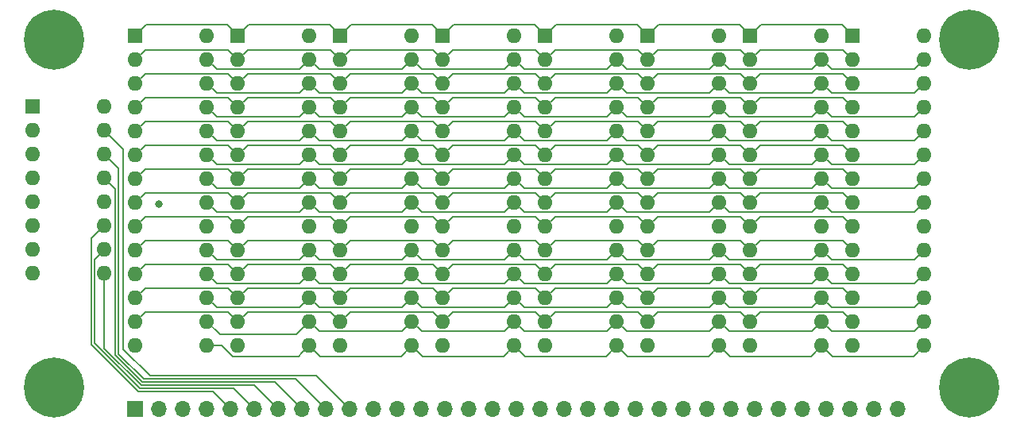
<source format=gtl>
G04 #@! TF.GenerationSoftware,KiCad,Pcbnew,(5.1.9-0-10_14)*
G04 #@! TF.CreationDate,2021-06-10T12:38:53+02:00*
G04 #@! TF.ProjectId,video_memory,76696465-6f5f-46d6-956d-6f72792e6b69,rev?*
G04 #@! TF.SameCoordinates,Original*
G04 #@! TF.FileFunction,Copper,L1,Top*
G04 #@! TF.FilePolarity,Positive*
%FSLAX46Y46*%
G04 Gerber Fmt 4.6, Leading zero omitted, Abs format (unit mm)*
G04 Created by KiCad (PCBNEW (5.1.9-0-10_14)) date 2021-06-10 12:38:53*
%MOMM*%
%LPD*%
G01*
G04 APERTURE LIST*
G04 #@! TA.AperFunction,ComponentPad*
%ADD10O,1.600000X1.600000*%
G04 #@! TD*
G04 #@! TA.AperFunction,ComponentPad*
%ADD11R,1.600000X1.600000*%
G04 #@! TD*
G04 #@! TA.AperFunction,ComponentPad*
%ADD12C,6.400000*%
G04 #@! TD*
G04 #@! TA.AperFunction,ComponentPad*
%ADD13O,1.700000X1.700000*%
G04 #@! TD*
G04 #@! TA.AperFunction,ComponentPad*
%ADD14R,1.700000X1.700000*%
G04 #@! TD*
G04 #@! TA.AperFunction,ViaPad*
%ADD15C,0.800000*%
G04 #@! TD*
G04 #@! TA.AperFunction,Conductor*
%ADD16C,0.203200*%
G04 #@! TD*
G04 APERTURE END LIST*
D10*
X96266000Y-85905000D03*
X88646000Y-118925000D03*
X96266000Y-88445000D03*
X88646000Y-116385000D03*
X96266000Y-90985000D03*
X88646000Y-113845000D03*
X96266000Y-93525000D03*
X88646000Y-111305000D03*
X96266000Y-96065000D03*
X88646000Y-108765000D03*
X96266000Y-98605000D03*
X88646000Y-106225000D03*
X96266000Y-101145000D03*
X88646000Y-103685000D03*
X96266000Y-103685000D03*
X88646000Y-101145000D03*
X96266000Y-106225000D03*
X88646000Y-98605000D03*
X96266000Y-108765000D03*
X88646000Y-96065000D03*
X96266000Y-111305000D03*
X88646000Y-93525000D03*
X96266000Y-113845000D03*
X88646000Y-90985000D03*
X96266000Y-116385000D03*
X88646000Y-88445000D03*
X96266000Y-118925000D03*
D11*
X88646000Y-85905000D03*
D10*
X85344000Y-93472000D03*
X77724000Y-111252000D03*
X85344000Y-96012000D03*
X77724000Y-108712000D03*
X85344000Y-98552000D03*
X77724000Y-106172000D03*
X85344000Y-101092000D03*
X77724000Y-103632000D03*
X85344000Y-103632000D03*
X77724000Y-101092000D03*
X85344000Y-106172000D03*
X77724000Y-98552000D03*
X85344000Y-108712000D03*
X77724000Y-96012000D03*
X85344000Y-111252000D03*
D11*
X77724000Y-93472000D03*
D12*
X177546000Y-123444000D03*
X177546000Y-86360000D03*
X80010000Y-123444000D03*
X80010000Y-86360000D03*
D10*
X172720000Y-85905000D03*
X165100000Y-118925000D03*
X172720000Y-88445000D03*
X165100000Y-116385000D03*
X172720000Y-90985000D03*
X165100000Y-113845000D03*
X172720000Y-93525000D03*
X165100000Y-111305000D03*
X172720000Y-96065000D03*
X165100000Y-108765000D03*
X172720000Y-98605000D03*
X165100000Y-106225000D03*
X172720000Y-101145000D03*
X165100000Y-103685000D03*
X172720000Y-103685000D03*
X165100000Y-101145000D03*
X172720000Y-106225000D03*
X165100000Y-98605000D03*
X172720000Y-108765000D03*
X165100000Y-96065000D03*
X172720000Y-111305000D03*
X165100000Y-93525000D03*
X172720000Y-113845000D03*
X165100000Y-90985000D03*
X172720000Y-116385000D03*
X165100000Y-88445000D03*
X172720000Y-118925000D03*
D11*
X165100000Y-85905000D03*
D10*
X161798000Y-85905000D03*
X154178000Y-118925000D03*
X161798000Y-88445000D03*
X154178000Y-116385000D03*
X161798000Y-90985000D03*
X154178000Y-113845000D03*
X161798000Y-93525000D03*
X154178000Y-111305000D03*
X161798000Y-96065000D03*
X154178000Y-108765000D03*
X161798000Y-98605000D03*
X154178000Y-106225000D03*
X161798000Y-101145000D03*
X154178000Y-103685000D03*
X161798000Y-103685000D03*
X154178000Y-101145000D03*
X161798000Y-106225000D03*
X154178000Y-98605000D03*
X161798000Y-108765000D03*
X154178000Y-96065000D03*
X161798000Y-111305000D03*
X154178000Y-93525000D03*
X161798000Y-113845000D03*
X154178000Y-90985000D03*
X161798000Y-116385000D03*
X154178000Y-88445000D03*
X161798000Y-118925000D03*
D11*
X154178000Y-85905000D03*
D10*
X150876000Y-85905000D03*
X143256000Y-118925000D03*
X150876000Y-88445000D03*
X143256000Y-116385000D03*
X150876000Y-90985000D03*
X143256000Y-113845000D03*
X150876000Y-93525000D03*
X143256000Y-111305000D03*
X150876000Y-96065000D03*
X143256000Y-108765000D03*
X150876000Y-98605000D03*
X143256000Y-106225000D03*
X150876000Y-101145000D03*
X143256000Y-103685000D03*
X150876000Y-103685000D03*
X143256000Y-101145000D03*
X150876000Y-106225000D03*
X143256000Y-98605000D03*
X150876000Y-108765000D03*
X143256000Y-96065000D03*
X150876000Y-111305000D03*
X143256000Y-93525000D03*
X150876000Y-113845000D03*
X143256000Y-90985000D03*
X150876000Y-116385000D03*
X143256000Y-88445000D03*
X150876000Y-118925000D03*
D11*
X143256000Y-85905000D03*
D10*
X139954000Y-85905000D03*
X132334000Y-118925000D03*
X139954000Y-88445000D03*
X132334000Y-116385000D03*
X139954000Y-90985000D03*
X132334000Y-113845000D03*
X139954000Y-93525000D03*
X132334000Y-111305000D03*
X139954000Y-96065000D03*
X132334000Y-108765000D03*
X139954000Y-98605000D03*
X132334000Y-106225000D03*
X139954000Y-101145000D03*
X132334000Y-103685000D03*
X139954000Y-103685000D03*
X132334000Y-101145000D03*
X139954000Y-106225000D03*
X132334000Y-98605000D03*
X139954000Y-108765000D03*
X132334000Y-96065000D03*
X139954000Y-111305000D03*
X132334000Y-93525000D03*
X139954000Y-113845000D03*
X132334000Y-90985000D03*
X139954000Y-116385000D03*
X132334000Y-88445000D03*
X139954000Y-118925000D03*
D11*
X132334000Y-85905000D03*
D10*
X129032000Y-85905000D03*
X121412000Y-118925000D03*
X129032000Y-88445000D03*
X121412000Y-116385000D03*
X129032000Y-90985000D03*
X121412000Y-113845000D03*
X129032000Y-93525000D03*
X121412000Y-111305000D03*
X129032000Y-96065000D03*
X121412000Y-108765000D03*
X129032000Y-98605000D03*
X121412000Y-106225000D03*
X129032000Y-101145000D03*
X121412000Y-103685000D03*
X129032000Y-103685000D03*
X121412000Y-101145000D03*
X129032000Y-106225000D03*
X121412000Y-98605000D03*
X129032000Y-108765000D03*
X121412000Y-96065000D03*
X129032000Y-111305000D03*
X121412000Y-93525000D03*
X129032000Y-113845000D03*
X121412000Y-90985000D03*
X129032000Y-116385000D03*
X121412000Y-88445000D03*
X129032000Y-118925000D03*
D11*
X121412000Y-85905000D03*
D10*
X118110000Y-85905000D03*
X110490000Y-118925000D03*
X118110000Y-88445000D03*
X110490000Y-116385000D03*
X118110000Y-90985000D03*
X110490000Y-113845000D03*
X118110000Y-93525000D03*
X110490000Y-111305000D03*
X118110000Y-96065000D03*
X110490000Y-108765000D03*
X118110000Y-98605000D03*
X110490000Y-106225000D03*
X118110000Y-101145000D03*
X110490000Y-103685000D03*
X118110000Y-103685000D03*
X110490000Y-101145000D03*
X118110000Y-106225000D03*
X110490000Y-98605000D03*
X118110000Y-108765000D03*
X110490000Y-96065000D03*
X118110000Y-111305000D03*
X110490000Y-93525000D03*
X118110000Y-113845000D03*
X110490000Y-90985000D03*
X118110000Y-116385000D03*
X110490000Y-88445000D03*
X118110000Y-118925000D03*
D11*
X110490000Y-85905000D03*
D10*
X107188000Y-85905000D03*
X99568000Y-118925000D03*
X107188000Y-88445000D03*
X99568000Y-116385000D03*
X107188000Y-90985000D03*
X99568000Y-113845000D03*
X107188000Y-93525000D03*
X99568000Y-111305000D03*
X107188000Y-96065000D03*
X99568000Y-108765000D03*
X107188000Y-98605000D03*
X99568000Y-106225000D03*
X107188000Y-101145000D03*
X99568000Y-103685000D03*
X107188000Y-103685000D03*
X99568000Y-101145000D03*
X107188000Y-106225000D03*
X99568000Y-98605000D03*
X107188000Y-108765000D03*
X99568000Y-96065000D03*
X107188000Y-111305000D03*
X99568000Y-93525000D03*
X107188000Y-113845000D03*
X99568000Y-90985000D03*
X107188000Y-116385000D03*
X99568000Y-88445000D03*
X107188000Y-118925000D03*
D11*
X99568000Y-85905000D03*
D13*
X169926000Y-125730000D03*
X167386000Y-125730000D03*
X164846000Y-125730000D03*
X162306000Y-125730000D03*
X159766000Y-125730000D03*
X157226000Y-125730000D03*
X154686000Y-125730000D03*
X152146000Y-125730000D03*
X149606000Y-125730000D03*
X147066000Y-125730000D03*
X144526000Y-125730000D03*
X141986000Y-125730000D03*
X139446000Y-125730000D03*
X136906000Y-125730000D03*
X134366000Y-125730000D03*
X131826000Y-125730000D03*
X129286000Y-125730000D03*
X126746000Y-125730000D03*
X124206000Y-125730000D03*
X121666000Y-125730000D03*
X119126000Y-125730000D03*
X116586000Y-125730000D03*
X114046000Y-125730000D03*
X111506000Y-125730000D03*
X108966000Y-125730000D03*
X106426000Y-125730000D03*
X103886000Y-125730000D03*
X101346000Y-125730000D03*
X98806000Y-125730000D03*
X96266000Y-125730000D03*
X93726000Y-125730000D03*
X91186000Y-125730000D03*
D14*
X88646000Y-125730000D03*
D15*
X91186000Y-103886000D03*
D16*
X98539399Y-110276399D02*
X99568000Y-111305000D01*
X89674601Y-110276399D02*
X98539399Y-110276399D01*
X88646000Y-111305000D02*
X89674601Y-110276399D01*
X109461399Y-110276399D02*
X110490000Y-111305000D01*
X100596601Y-110276399D02*
X109461399Y-110276399D01*
X99568000Y-111305000D02*
X100596601Y-110276399D01*
X120383399Y-110276399D02*
X121412000Y-111305000D01*
X111518601Y-110276399D02*
X120383399Y-110276399D01*
X110490000Y-111305000D02*
X111518601Y-110276399D01*
X131305399Y-110276399D02*
X132334000Y-111305000D01*
X122440601Y-110276399D02*
X131305399Y-110276399D01*
X121412000Y-111305000D02*
X122440601Y-110276399D01*
X133362601Y-110276399D02*
X142227399Y-110276399D01*
X142227399Y-110276399D02*
X143256000Y-111305000D01*
X132334000Y-111305000D02*
X133362601Y-110276399D01*
X153149399Y-110276399D02*
X154178000Y-111305000D01*
X144284601Y-110276399D02*
X153149399Y-110276399D01*
X143256000Y-111305000D02*
X144284601Y-110276399D01*
X164071399Y-110276399D02*
X165100000Y-111305000D01*
X155206601Y-110276399D02*
X164071399Y-110276399D01*
X154178000Y-111305000D02*
X155206601Y-110276399D01*
X98539399Y-112816399D02*
X99568000Y-113845000D01*
X89674601Y-112816399D02*
X98539399Y-112816399D01*
X88646000Y-113845000D02*
X89674601Y-112816399D01*
X109461399Y-112816399D02*
X110490000Y-113845000D01*
X100596601Y-112816399D02*
X109461399Y-112816399D01*
X99568000Y-113845000D02*
X100596601Y-112816399D01*
X120383399Y-112816399D02*
X121412000Y-113845000D01*
X111518601Y-112816399D02*
X120383399Y-112816399D01*
X110490000Y-113845000D02*
X111518601Y-112816399D01*
X131305399Y-112816399D02*
X132334000Y-113845000D01*
X122440601Y-112816399D02*
X131305399Y-112816399D01*
X121412000Y-113845000D02*
X122440601Y-112816399D01*
X142227399Y-112816399D02*
X143256000Y-113845000D01*
X133362601Y-112816399D02*
X142227399Y-112816399D01*
X132334000Y-113845000D02*
X133362601Y-112816399D01*
X153149399Y-112816399D02*
X154178000Y-113845000D01*
X144284601Y-112816399D02*
X153149399Y-112816399D01*
X143256000Y-113845000D02*
X144284601Y-112816399D01*
X164071399Y-112816399D02*
X165100000Y-113845000D01*
X155206601Y-112816399D02*
X164071399Y-112816399D01*
X154178000Y-113845000D02*
X155206601Y-112816399D01*
X98539399Y-115356399D02*
X99568000Y-116385000D01*
X89674601Y-115356399D02*
X98539399Y-115356399D01*
X88646000Y-116385000D02*
X89674601Y-115356399D01*
X109461399Y-115356399D02*
X110490000Y-116385000D01*
X100596601Y-115356399D02*
X109461399Y-115356399D01*
X99568000Y-116385000D02*
X100596601Y-115356399D01*
X120383399Y-115356399D02*
X121412000Y-116385000D01*
X111518601Y-115356399D02*
X120383399Y-115356399D01*
X110490000Y-116385000D02*
X111518601Y-115356399D01*
X131305399Y-115356399D02*
X132334000Y-116385000D01*
X122440601Y-115356399D02*
X131305399Y-115356399D01*
X121412000Y-116385000D02*
X122440601Y-115356399D01*
X142227399Y-115356399D02*
X143256000Y-116385000D01*
X133362601Y-115356399D02*
X142227399Y-115356399D01*
X132334000Y-116385000D02*
X133362601Y-115356399D01*
X153149399Y-115356399D02*
X154178000Y-116385000D01*
X144284601Y-115356399D02*
X153149399Y-115356399D01*
X143256000Y-116385000D02*
X144284601Y-115356399D01*
X164071399Y-115356399D02*
X165100000Y-116385000D01*
X155206601Y-115356399D02*
X164071399Y-115356399D01*
X154178000Y-116385000D02*
X155206601Y-115356399D01*
X116954399Y-120080601D02*
X118110000Y-118925000D01*
X108343601Y-120080601D02*
X116954399Y-120080601D01*
X107188000Y-118925000D02*
X108343601Y-120080601D01*
X138798399Y-120080601D02*
X139954000Y-118925000D01*
X130187601Y-120080601D02*
X138798399Y-120080601D01*
X129032000Y-118925000D02*
X130187601Y-120080601D01*
X149720399Y-120080601D02*
X150876000Y-118925000D01*
X141109601Y-120080601D02*
X149720399Y-120080601D01*
X139954000Y-118925000D02*
X141109601Y-120080601D01*
X119265601Y-120080601D02*
X118110000Y-118925000D01*
X127876399Y-120080601D02*
X119265601Y-120080601D01*
X129032000Y-118925000D02*
X127876399Y-120080601D01*
X160642399Y-120080601D02*
X161798000Y-118925000D01*
X152031601Y-120080601D02*
X160642399Y-120080601D01*
X150876000Y-118925000D02*
X152031601Y-120080601D01*
X171564399Y-120080601D02*
X172720000Y-118925000D01*
X162953601Y-120080601D02*
X171564399Y-120080601D01*
X161798000Y-118925000D02*
X162953601Y-120080601D01*
X106388001Y-119724999D02*
X107188000Y-118925000D01*
X97857710Y-118925000D02*
X99013311Y-120080601D01*
X99013311Y-120080601D02*
X106032399Y-120080601D01*
X96266000Y-118925000D02*
X97857710Y-118925000D01*
X106032399Y-120080601D02*
X106388001Y-119724999D01*
X105803601Y-117769399D02*
X107188000Y-116385000D01*
X97650399Y-117769399D02*
X105803601Y-117769399D01*
X96266000Y-116385000D02*
X97650399Y-117769399D01*
X117081399Y-117413601D02*
X118110000Y-116385000D01*
X108216601Y-117413601D02*
X117081399Y-117413601D01*
X107188000Y-116385000D02*
X108216601Y-117413601D01*
X138925399Y-117413601D02*
X139954000Y-116385000D01*
X130060601Y-117413601D02*
X138925399Y-117413601D01*
X129032000Y-116385000D02*
X130060601Y-117413601D01*
X140982601Y-117413601D02*
X149847399Y-117413601D01*
X149847399Y-117413601D02*
X150876000Y-116385000D01*
X139954000Y-116385000D02*
X140982601Y-117413601D01*
X128003399Y-117413601D02*
X129032000Y-116385000D01*
X119138601Y-117413601D02*
X128003399Y-117413601D01*
X118110000Y-116385000D02*
X119138601Y-117413601D01*
X160769399Y-117413601D02*
X161798000Y-116385000D01*
X151904601Y-117413601D02*
X160769399Y-117413601D01*
X150876000Y-116385000D02*
X151904601Y-117413601D01*
X171691399Y-117413601D02*
X172720000Y-116385000D01*
X162826601Y-117413601D02*
X171691399Y-117413601D01*
X161798000Y-116385000D02*
X162826601Y-117413601D01*
X106159399Y-114873601D02*
X107188000Y-113845000D01*
X97294601Y-114873601D02*
X106159399Y-114873601D01*
X96266000Y-113845000D02*
X97294601Y-114873601D01*
X117081399Y-114873601D02*
X118110000Y-113845000D01*
X108216601Y-114873601D02*
X117081399Y-114873601D01*
X107188000Y-113845000D02*
X108216601Y-114873601D01*
X138925399Y-114873601D02*
X139954000Y-113845000D01*
X130060601Y-114873601D02*
X138925399Y-114873601D01*
X129032000Y-113845000D02*
X130060601Y-114873601D01*
X140982601Y-114873601D02*
X149847399Y-114873601D01*
X149847399Y-114873601D02*
X150876000Y-113845000D01*
X139954000Y-113845000D02*
X140982601Y-114873601D01*
X128003399Y-114873601D02*
X129032000Y-113845000D01*
X119138601Y-114873601D02*
X128003399Y-114873601D01*
X118110000Y-113845000D02*
X119138601Y-114873601D01*
X160769399Y-114873601D02*
X161798000Y-113845000D01*
X151904601Y-114873601D02*
X160769399Y-114873601D01*
X150876000Y-113845000D02*
X151904601Y-114873601D01*
X171691399Y-114873601D02*
X172720000Y-113845000D01*
X162826601Y-114873601D02*
X171691399Y-114873601D01*
X161798000Y-113845000D02*
X162826601Y-114873601D01*
X106159399Y-112333601D02*
X107188000Y-111305000D01*
X97294601Y-112333601D02*
X106159399Y-112333601D01*
X96266000Y-111305000D02*
X97294601Y-112333601D01*
X108216601Y-112333601D02*
X117081399Y-112333601D01*
X117081399Y-112333601D02*
X118110000Y-111305000D01*
X107188000Y-111305000D02*
X108216601Y-112333601D01*
X138925399Y-112333601D02*
X139954000Y-111305000D01*
X130060601Y-112333601D02*
X138925399Y-112333601D01*
X129032000Y-111305000D02*
X130060601Y-112333601D01*
X149847399Y-112333601D02*
X150876000Y-111305000D01*
X140982601Y-112333601D02*
X149847399Y-112333601D01*
X139954000Y-111305000D02*
X140982601Y-112333601D01*
X119138601Y-112333601D02*
X128003399Y-112333601D01*
X128003399Y-112333601D02*
X129032000Y-111305000D01*
X118110000Y-111305000D02*
X119138601Y-112333601D01*
X160769399Y-112333601D02*
X161798000Y-111305000D01*
X151904601Y-112333601D02*
X160769399Y-112333601D01*
X150876000Y-111305000D02*
X151904601Y-112333601D01*
X171691399Y-112333601D02*
X172720000Y-111305000D01*
X162826601Y-112333601D02*
X171691399Y-112333601D01*
X161798000Y-111305000D02*
X162826601Y-112333601D01*
X106159399Y-109793601D02*
X107188000Y-108765000D01*
X97294601Y-109793601D02*
X106159399Y-109793601D01*
X96266000Y-108765000D02*
X97294601Y-109793601D01*
X117081399Y-109793601D02*
X118110000Y-108765000D01*
X108216601Y-109793601D02*
X117081399Y-109793601D01*
X107188000Y-108765000D02*
X108216601Y-109793601D01*
X130060601Y-109793601D02*
X138925399Y-109793601D01*
X138925399Y-109793601D02*
X139954000Y-108765000D01*
X129032000Y-108765000D02*
X130060601Y-109793601D01*
X149847399Y-109793601D02*
X150876000Y-108765000D01*
X140982601Y-109793601D02*
X149847399Y-109793601D01*
X139954000Y-108765000D02*
X140982601Y-109793601D01*
X128003399Y-109793601D02*
X129032000Y-108765000D01*
X119138601Y-109793601D02*
X128003399Y-109793601D01*
X118110000Y-108765000D02*
X119138601Y-109793601D01*
X160769399Y-109793601D02*
X161798000Y-108765000D01*
X151904601Y-109793601D02*
X160769399Y-109793601D01*
X150876000Y-108765000D02*
X151904601Y-109793601D01*
X171691399Y-109793601D02*
X172720000Y-108765000D01*
X162826601Y-109793601D02*
X171691399Y-109793601D01*
X161798000Y-108765000D02*
X162826601Y-109793601D01*
X98539399Y-107736399D02*
X99568000Y-108765000D01*
X89674601Y-107736399D02*
X98539399Y-107736399D01*
X88646000Y-108765000D02*
X89674601Y-107736399D01*
X109461399Y-107736399D02*
X110490000Y-108765000D01*
X100596601Y-107736399D02*
X109461399Y-107736399D01*
X99568000Y-108765000D02*
X100596601Y-107736399D01*
X111518601Y-107736399D02*
X120383399Y-107736399D01*
X120383399Y-107736399D02*
X121412000Y-108765000D01*
X110490000Y-108765000D02*
X111518601Y-107736399D01*
X131305399Y-107736399D02*
X132334000Y-108765000D01*
X122440601Y-107736399D02*
X131305399Y-107736399D01*
X121412000Y-108765000D02*
X122440601Y-107736399D01*
X142227399Y-107736399D02*
X143256000Y-108765000D01*
X133362601Y-107736399D02*
X142227399Y-107736399D01*
X132334000Y-108765000D02*
X133362601Y-107736399D01*
X144284601Y-107736399D02*
X153149399Y-107736399D01*
X153149399Y-107736399D02*
X154178000Y-108765000D01*
X143256000Y-108765000D02*
X144284601Y-107736399D01*
X155206601Y-107736399D02*
X164071399Y-107736399D01*
X164071399Y-107736399D02*
X165100000Y-108765000D01*
X154178000Y-108765000D02*
X155206601Y-107736399D01*
X98539399Y-105196399D02*
X99568000Y-106225000D01*
X89674601Y-105196399D02*
X98539399Y-105196399D01*
X88646000Y-106225000D02*
X89674601Y-105196399D01*
X109461399Y-105196399D02*
X110490000Y-106225000D01*
X100596601Y-105196399D02*
X109461399Y-105196399D01*
X99568000Y-106225000D02*
X100596601Y-105196399D01*
X120383399Y-105196399D02*
X121412000Y-106225000D01*
X111518601Y-105196399D02*
X120383399Y-105196399D01*
X110490000Y-106225000D02*
X111518601Y-105196399D01*
X131305399Y-105196399D02*
X132334000Y-106225000D01*
X122440601Y-105196399D02*
X131305399Y-105196399D01*
X121412000Y-106225000D02*
X122440601Y-105196399D01*
X142227399Y-105196399D02*
X143256000Y-106225000D01*
X133362601Y-105196399D02*
X142227399Y-105196399D01*
X132334000Y-106225000D02*
X133362601Y-105196399D01*
X153149399Y-105196399D02*
X154178000Y-106225000D01*
X144284601Y-105196399D02*
X153149399Y-105196399D01*
X143256000Y-106225000D02*
X144284601Y-105196399D01*
X164071399Y-105196399D02*
X165100000Y-106225000D01*
X155206601Y-105196399D02*
X164071399Y-105196399D01*
X154178000Y-106225000D02*
X155206601Y-105196399D01*
X109461399Y-102656399D02*
X110490000Y-103685000D01*
X100596601Y-102656399D02*
X109461399Y-102656399D01*
X99568000Y-103685000D02*
X100596601Y-102656399D01*
X120383399Y-102656399D02*
X121412000Y-103685000D01*
X111518601Y-102656399D02*
X120383399Y-102656399D01*
X110490000Y-103685000D02*
X111518601Y-102656399D01*
X131305399Y-102656399D02*
X132334000Y-103685000D01*
X122440601Y-102656399D02*
X131305399Y-102656399D01*
X121412000Y-103685000D02*
X122440601Y-102656399D01*
X133362601Y-102656399D02*
X142227399Y-102656399D01*
X142227399Y-102656399D02*
X143256000Y-103685000D01*
X132334000Y-103685000D02*
X133362601Y-102656399D01*
X153149399Y-102656399D02*
X154178000Y-103685000D01*
X144284601Y-102656399D02*
X153149399Y-102656399D01*
X143256000Y-103685000D02*
X144284601Y-102656399D01*
X164071399Y-102656399D02*
X165100000Y-103685000D01*
X155206601Y-102656399D02*
X164071399Y-102656399D01*
X154178000Y-103685000D02*
X155206601Y-102656399D01*
X98539399Y-102656399D02*
X99568000Y-103685000D01*
X89674601Y-102656399D02*
X98539399Y-102656399D01*
X88646000Y-103685000D02*
X89674601Y-102656399D01*
X98539399Y-100116399D02*
X99568000Y-101145000D01*
X89674601Y-100116399D02*
X98539399Y-100116399D01*
X88646000Y-101145000D02*
X89674601Y-100116399D01*
X109461399Y-100116399D02*
X110490000Y-101145000D01*
X100596601Y-100116399D02*
X109461399Y-100116399D01*
X99568000Y-101145000D02*
X100596601Y-100116399D01*
X111518601Y-100116399D02*
X120383399Y-100116399D01*
X120383399Y-100116399D02*
X121412000Y-101145000D01*
X110490000Y-101145000D02*
X111518601Y-100116399D01*
X122440601Y-100116399D02*
X131305399Y-100116399D01*
X131305399Y-100116399D02*
X132334000Y-101145000D01*
X121412000Y-101145000D02*
X122440601Y-100116399D01*
X142227399Y-100116399D02*
X143256000Y-101145000D01*
X133362601Y-100116399D02*
X142227399Y-100116399D01*
X132334000Y-101145000D02*
X133362601Y-100116399D01*
X153149399Y-100116399D02*
X154178000Y-101145000D01*
X144284601Y-100116399D02*
X153149399Y-100116399D01*
X143256000Y-101145000D02*
X144284601Y-100116399D01*
X164071399Y-100116399D02*
X165100000Y-101145000D01*
X155206601Y-100116399D02*
X164071399Y-100116399D01*
X154178000Y-101145000D02*
X155206601Y-100116399D01*
X98539399Y-97576399D02*
X99568000Y-98605000D01*
X89674601Y-97576399D02*
X98539399Y-97576399D01*
X88646000Y-98605000D02*
X89674601Y-97576399D01*
X100596601Y-97576399D02*
X109461399Y-97576399D01*
X109461399Y-97576399D02*
X110490000Y-98605000D01*
X99568000Y-98605000D02*
X100596601Y-97576399D01*
X120383399Y-97576399D02*
X121412000Y-98605000D01*
X111518601Y-97576399D02*
X120383399Y-97576399D01*
X110490000Y-98605000D02*
X111518601Y-97576399D01*
X122440601Y-97576399D02*
X131305399Y-97576399D01*
X131305399Y-97576399D02*
X132334000Y-98605000D01*
X121412000Y-98605000D02*
X122440601Y-97576399D01*
X142227399Y-97576399D02*
X143256000Y-98605000D01*
X133362601Y-97576399D02*
X142227399Y-97576399D01*
X132334000Y-98605000D02*
X133362601Y-97576399D01*
X153149399Y-97576399D02*
X154178000Y-98605000D01*
X144284601Y-97576399D02*
X153149399Y-97576399D01*
X143256000Y-98605000D02*
X144284601Y-97576399D01*
X164071399Y-97576399D02*
X165100000Y-98605000D01*
X155206601Y-97576399D02*
X164071399Y-97576399D01*
X154178000Y-98605000D02*
X155206601Y-97576399D01*
X98539399Y-95036399D02*
X99568000Y-96065000D01*
X89674601Y-95036399D02*
X98539399Y-95036399D01*
X88646000Y-96065000D02*
X89674601Y-95036399D01*
X109461399Y-95036399D02*
X110490000Y-96065000D01*
X100596601Y-95036399D02*
X109461399Y-95036399D01*
X99568000Y-96065000D02*
X100596601Y-95036399D01*
X120383399Y-95036399D02*
X121412000Y-96065000D01*
X111518601Y-95036399D02*
X120383399Y-95036399D01*
X110490000Y-96065000D02*
X111518601Y-95036399D01*
X131305399Y-95036399D02*
X132334000Y-96065000D01*
X122440601Y-95036399D02*
X131305399Y-95036399D01*
X121412000Y-96065000D02*
X122440601Y-95036399D01*
X142227399Y-95036399D02*
X143256000Y-96065000D01*
X133362601Y-95036399D02*
X142227399Y-95036399D01*
X132334000Y-96065000D02*
X133362601Y-95036399D01*
X153149399Y-95036399D02*
X154178000Y-96065000D01*
X144284601Y-95036399D02*
X153149399Y-95036399D01*
X143256000Y-96065000D02*
X144284601Y-95036399D01*
X164071399Y-95036399D02*
X165100000Y-96065000D01*
X155206601Y-95036399D02*
X164071399Y-95036399D01*
X154178000Y-96065000D02*
X155206601Y-95036399D01*
X98539399Y-92496399D02*
X99568000Y-93525000D01*
X89674601Y-92496399D02*
X98539399Y-92496399D01*
X88646000Y-93525000D02*
X89674601Y-92496399D01*
X109461399Y-92496399D02*
X110490000Y-93525000D01*
X100596601Y-92496399D02*
X109461399Y-92496399D01*
X99568000Y-93525000D02*
X100596601Y-92496399D01*
X120383399Y-92496399D02*
X121412000Y-93525000D01*
X111518601Y-92496399D02*
X120383399Y-92496399D01*
X110490000Y-93525000D02*
X111518601Y-92496399D01*
X131305399Y-92496399D02*
X132334000Y-93525000D01*
X122440601Y-92496399D02*
X131305399Y-92496399D01*
X121412000Y-93525000D02*
X122440601Y-92496399D01*
X142227399Y-92496399D02*
X143256000Y-93525000D01*
X133362601Y-92496399D02*
X142227399Y-92496399D01*
X132334000Y-93525000D02*
X133362601Y-92496399D01*
X153149399Y-92496399D02*
X154178000Y-93525000D01*
X144284601Y-92496399D02*
X153149399Y-92496399D01*
X143256000Y-93525000D02*
X144284601Y-92496399D01*
X164071399Y-92496399D02*
X165100000Y-93525000D01*
X155206601Y-92496399D02*
X164071399Y-92496399D01*
X154178000Y-93525000D02*
X155206601Y-92496399D01*
X98539399Y-89956399D02*
X99568000Y-90985000D01*
X89674601Y-89956399D02*
X98539399Y-89956399D01*
X88646000Y-90985000D02*
X89674601Y-89956399D01*
X109461399Y-89956399D02*
X110490000Y-90985000D01*
X100596601Y-89956399D02*
X109461399Y-89956399D01*
X99568000Y-90985000D02*
X100596601Y-89956399D01*
X120383399Y-89956399D02*
X121412000Y-90985000D01*
X111518601Y-89956399D02*
X120383399Y-89956399D01*
X110490000Y-90985000D02*
X111518601Y-89956399D01*
X131305399Y-89956399D02*
X132334000Y-90985000D01*
X122440601Y-89956399D02*
X131305399Y-89956399D01*
X121412000Y-90985000D02*
X122440601Y-89956399D01*
X142227399Y-89956399D02*
X143256000Y-90985000D01*
X133362601Y-89956399D02*
X142227399Y-89956399D01*
X132334000Y-90985000D02*
X133362601Y-89956399D01*
X153149399Y-89956399D02*
X154178000Y-90985000D01*
X144284601Y-89956399D02*
X153149399Y-89956399D01*
X143256000Y-90985000D02*
X144284601Y-89956399D01*
X164071399Y-89956399D02*
X165100000Y-90985000D01*
X155206601Y-89956399D02*
X164071399Y-89956399D01*
X154178000Y-90985000D02*
X155206601Y-89956399D01*
X106159399Y-94553601D02*
X107188000Y-93525000D01*
X97294601Y-94553601D02*
X106159399Y-94553601D01*
X96266000Y-93525000D02*
X97294601Y-94553601D01*
X117081399Y-94553601D02*
X118110000Y-93525000D01*
X108216601Y-94553601D02*
X117081399Y-94553601D01*
X107188000Y-93525000D02*
X108216601Y-94553601D01*
X128003399Y-94553601D02*
X129032000Y-93525000D01*
X119138601Y-94553601D02*
X128003399Y-94553601D01*
X118110000Y-93525000D02*
X119138601Y-94553601D01*
X138925399Y-94553601D02*
X139954000Y-93525000D01*
X130060601Y-94553601D02*
X138925399Y-94553601D01*
X129032000Y-93525000D02*
X130060601Y-94553601D01*
X149847399Y-94553601D02*
X150876000Y-93525000D01*
X140982601Y-94553601D02*
X149847399Y-94553601D01*
X139954000Y-93525000D02*
X140982601Y-94553601D01*
X160769399Y-94553601D02*
X161798000Y-93525000D01*
X151904601Y-94553601D02*
X160769399Y-94553601D01*
X150876000Y-93525000D02*
X151904601Y-94553601D01*
X162826601Y-94553601D02*
X171691399Y-94553601D01*
X171691399Y-94553601D02*
X172720000Y-93525000D01*
X161798000Y-93525000D02*
X162826601Y-94553601D01*
X106159399Y-97093601D02*
X107188000Y-96065000D01*
X97294601Y-97093601D02*
X106159399Y-97093601D01*
X96266000Y-96065000D02*
X97294601Y-97093601D01*
X117081399Y-97093601D02*
X118110000Y-96065000D01*
X108216601Y-97093601D02*
X117081399Y-97093601D01*
X107188000Y-96065000D02*
X108216601Y-97093601D01*
X128003399Y-97093601D02*
X129032000Y-96065000D01*
X119138601Y-97093601D02*
X128003399Y-97093601D01*
X118110000Y-96065000D02*
X119138601Y-97093601D01*
X138925399Y-97093601D02*
X139954000Y-96065000D01*
X130060601Y-97093601D02*
X138925399Y-97093601D01*
X129032000Y-96065000D02*
X130060601Y-97093601D01*
X140982601Y-97093601D02*
X149847399Y-97093601D01*
X149847399Y-97093601D02*
X150876000Y-96065000D01*
X139954000Y-96065000D02*
X140982601Y-97093601D01*
X160769399Y-97093601D02*
X161798000Y-96065000D01*
X151904601Y-97093601D02*
X160769399Y-97093601D01*
X150876000Y-96065000D02*
X151904601Y-97093601D01*
X171691399Y-97093601D02*
X172720000Y-96065000D01*
X162826601Y-97093601D02*
X171691399Y-97093601D01*
X161798000Y-96065000D02*
X162826601Y-97093601D01*
X106159399Y-104713601D02*
X107188000Y-103685000D01*
X97294601Y-104713601D02*
X106159399Y-104713601D01*
X96266000Y-103685000D02*
X97294601Y-104713601D01*
X108216601Y-104713601D02*
X117081399Y-104713601D01*
X117081399Y-104713601D02*
X118110000Y-103685000D01*
X107188000Y-103685000D02*
X108216601Y-104713601D01*
X128003399Y-104713601D02*
X129032000Y-103685000D01*
X119138601Y-104713601D02*
X128003399Y-104713601D01*
X118110000Y-103685000D02*
X119138601Y-104713601D01*
X138925399Y-104713601D02*
X139954000Y-103685000D01*
X130060601Y-104713601D02*
X138925399Y-104713601D01*
X129032000Y-103685000D02*
X130060601Y-104713601D01*
X149847399Y-104713601D02*
X150876000Y-103685000D01*
X140982601Y-104713601D02*
X149847399Y-104713601D01*
X139954000Y-103685000D02*
X140982601Y-104713601D01*
X160769399Y-104713601D02*
X161798000Y-103685000D01*
X151904601Y-104713601D02*
X160769399Y-104713601D01*
X150876000Y-103685000D02*
X151904601Y-104713601D01*
X171691399Y-104713601D02*
X172720000Y-103685000D01*
X162826601Y-104713601D02*
X171691399Y-104713601D01*
X161798000Y-103685000D02*
X162826601Y-104713601D01*
X106159399Y-99633601D02*
X107188000Y-98605000D01*
X97294601Y-99633601D02*
X106159399Y-99633601D01*
X96266000Y-98605000D02*
X97294601Y-99633601D01*
X117081399Y-99633601D02*
X118110000Y-98605000D01*
X108216601Y-99633601D02*
X117081399Y-99633601D01*
X107188000Y-98605000D02*
X108216601Y-99633601D01*
X128003399Y-99633601D02*
X129032000Y-98605000D01*
X119138601Y-99633601D02*
X128003399Y-99633601D01*
X118110000Y-98605000D02*
X119138601Y-99633601D01*
X138925399Y-99633601D02*
X139954000Y-98605000D01*
X130060601Y-99633601D02*
X138925399Y-99633601D01*
X129032000Y-98605000D02*
X130060601Y-99633601D01*
X149847399Y-99633601D02*
X150876000Y-98605000D01*
X140982601Y-99633601D02*
X149847399Y-99633601D01*
X139954000Y-98605000D02*
X140982601Y-99633601D01*
X160769399Y-99633601D02*
X161798000Y-98605000D01*
X151904601Y-99633601D02*
X160769399Y-99633601D01*
X150876000Y-98605000D02*
X151904601Y-99633601D01*
X171691399Y-99633601D02*
X172720000Y-98605000D01*
X162826601Y-99633601D02*
X171691399Y-99633601D01*
X161798000Y-98605000D02*
X162826601Y-99633601D01*
X98539399Y-87416399D02*
X99568000Y-88445000D01*
X89674601Y-87416399D02*
X98539399Y-87416399D01*
X88646000Y-88445000D02*
X89674601Y-87416399D01*
X109461399Y-87416399D02*
X110490000Y-88445000D01*
X100596601Y-87416399D02*
X109461399Y-87416399D01*
X99568000Y-88445000D02*
X100596601Y-87416399D01*
X111518601Y-87416399D02*
X120383399Y-87416399D01*
X120383399Y-87416399D02*
X121412000Y-88445000D01*
X110490000Y-88445000D02*
X111518601Y-87416399D01*
X131305399Y-87416399D02*
X132334000Y-88445000D01*
X122440601Y-87416399D02*
X131305399Y-87416399D01*
X121412000Y-88445000D02*
X122440601Y-87416399D01*
X142227399Y-87416399D02*
X143256000Y-88445000D01*
X133362601Y-87416399D02*
X142227399Y-87416399D01*
X132334000Y-88445000D02*
X133362601Y-87416399D01*
X153149399Y-87416399D02*
X154178000Y-88445000D01*
X144284601Y-87416399D02*
X153149399Y-87416399D01*
X143256000Y-88445000D02*
X144284601Y-87416399D01*
X164071399Y-87416399D02*
X165100000Y-88445000D01*
X155206601Y-87416399D02*
X164071399Y-87416399D01*
X154178000Y-88445000D02*
X155206601Y-87416399D01*
X106159399Y-92013601D02*
X107188000Y-90985000D01*
X97294601Y-92013601D02*
X106159399Y-92013601D01*
X96266000Y-90985000D02*
X97294601Y-92013601D01*
X117081399Y-92013601D02*
X118110000Y-90985000D01*
X108216601Y-92013601D02*
X117081399Y-92013601D01*
X107188000Y-90985000D02*
X108216601Y-92013601D01*
X128003399Y-92013601D02*
X129032000Y-90985000D01*
X119138601Y-92013601D02*
X128003399Y-92013601D01*
X118110000Y-90985000D02*
X119138601Y-92013601D01*
X138925399Y-92013601D02*
X139954000Y-90985000D01*
X130060601Y-92013601D02*
X138925399Y-92013601D01*
X129032000Y-90985000D02*
X130060601Y-92013601D01*
X140982601Y-92013601D02*
X149847399Y-92013601D01*
X149847399Y-92013601D02*
X150876000Y-90985000D01*
X139954000Y-90985000D02*
X140982601Y-92013601D01*
X160769399Y-92013601D02*
X161798000Y-90985000D01*
X151904601Y-92013601D02*
X160769399Y-92013601D01*
X150876000Y-90985000D02*
X151904601Y-92013601D01*
X171691399Y-92013601D02*
X172720000Y-90985000D01*
X162826601Y-92013601D02*
X171691399Y-92013601D01*
X161798000Y-90985000D02*
X162826601Y-92013601D01*
X98412399Y-84749399D02*
X99568000Y-85905000D01*
X89801601Y-84749399D02*
X98412399Y-84749399D01*
X88646000Y-85905000D02*
X89801601Y-84749399D01*
X109334399Y-84749399D02*
X110490000Y-85905000D01*
X100723601Y-84749399D02*
X109334399Y-84749399D01*
X99568000Y-85905000D02*
X100723601Y-84749399D01*
X120256399Y-84749399D02*
X121412000Y-85905000D01*
X111645601Y-84749399D02*
X120256399Y-84749399D01*
X110490000Y-85905000D02*
X111645601Y-84749399D01*
X131178399Y-84749399D02*
X132334000Y-85905000D01*
X122567601Y-84749399D02*
X131178399Y-84749399D01*
X121412000Y-85905000D02*
X122567601Y-84749399D01*
X142100399Y-84749399D02*
X143256000Y-85905000D01*
X133489601Y-84749399D02*
X142100399Y-84749399D01*
X132334000Y-85905000D02*
X133489601Y-84749399D01*
X153022399Y-84749399D02*
X154178000Y-85905000D01*
X144411601Y-84749399D02*
X153022399Y-84749399D01*
X143256000Y-85905000D02*
X144411601Y-84749399D01*
X155333601Y-84749399D02*
X163944399Y-84749399D01*
X163944399Y-84749399D02*
X165100000Y-85905000D01*
X154178000Y-85905000D02*
X155333601Y-84749399D01*
X85344000Y-96012000D02*
X87376000Y-98044000D01*
X87376000Y-98044000D02*
X87376000Y-119365290D01*
X87376000Y-119365290D02*
X90184710Y-122174000D01*
X107950000Y-122174000D02*
X111506000Y-125730000D01*
X90184710Y-122174000D02*
X107950000Y-122174000D01*
X108966000Y-125730000D02*
X105740211Y-122504211D01*
X89525223Y-122504211D02*
X86868000Y-119846988D01*
X105740211Y-122504211D02*
X89525223Y-122504211D01*
X86868000Y-100076000D02*
X85344000Y-98552000D01*
X86868000Y-119846988D02*
X86868000Y-100076000D01*
X106426000Y-125730000D02*
X103530422Y-122834422D01*
X89388446Y-122834422D02*
X86499601Y-119945577D01*
X103530422Y-122834422D02*
X89388446Y-122834422D01*
X86499601Y-102247601D02*
X85344000Y-101092000D01*
X86499601Y-119945577D02*
X86499601Y-102247601D01*
X103886000Y-125730000D02*
X101320633Y-123164633D01*
X101320633Y-123164633D02*
X89251669Y-123164633D01*
X85344000Y-119256964D02*
X85344000Y-111252000D01*
X89251669Y-123164633D02*
X85344000Y-119256964D01*
X101346000Y-125730000D02*
X99110844Y-123494844D01*
X84544001Y-109511999D02*
X85344000Y-108712000D01*
X99110844Y-123494844D02*
X89114892Y-123494844D01*
X84315399Y-109740601D02*
X84544001Y-109511999D01*
X84315399Y-118695351D02*
X84315399Y-109740601D01*
X89114892Y-123494844D02*
X84315399Y-118695351D01*
X85344000Y-106172000D02*
X83985188Y-107530812D01*
X96901055Y-123825055D02*
X98806000Y-125730000D01*
X83985188Y-118832128D02*
X88978115Y-123825055D01*
X88978115Y-123825055D02*
X96901055Y-123825055D01*
X83985188Y-107530812D02*
X83985188Y-118832128D01*
X106159399Y-89473601D02*
X107188000Y-88445000D01*
X97294601Y-89473601D02*
X106159399Y-89473601D01*
X96266000Y-88445000D02*
X97294601Y-89473601D01*
X117081399Y-89473601D02*
X118110000Y-88445000D01*
X108216601Y-89473601D02*
X117081399Y-89473601D01*
X107188000Y-88445000D02*
X108216601Y-89473601D01*
X128003399Y-89473601D02*
X129032000Y-88445000D01*
X119138601Y-89473601D02*
X128003399Y-89473601D01*
X118110000Y-88445000D02*
X119138601Y-89473601D01*
X138925399Y-89473601D02*
X139954000Y-88445000D01*
X130060601Y-89473601D02*
X138925399Y-89473601D01*
X129032000Y-88445000D02*
X130060601Y-89473601D01*
X149847399Y-89473601D02*
X150876000Y-88445000D01*
X140982601Y-89473601D02*
X149847399Y-89473601D01*
X139954000Y-88445000D02*
X140982601Y-89473601D01*
X151904601Y-89473601D02*
X160769399Y-89473601D01*
X160769399Y-89473601D02*
X161798000Y-88445000D01*
X150876000Y-88445000D02*
X151904601Y-89473601D01*
X171691399Y-89473601D02*
X172720000Y-88445000D01*
X162826601Y-89473601D02*
X171691399Y-89473601D01*
X161798000Y-88445000D02*
X162826601Y-89473601D01*
X106159399Y-102173601D02*
X107188000Y-101145000D01*
X97294601Y-102173601D02*
X106159399Y-102173601D01*
X96266000Y-101145000D02*
X97294601Y-102173601D01*
X117081399Y-102173601D02*
X118110000Y-101145000D01*
X108216601Y-102173601D02*
X117081399Y-102173601D01*
X107188000Y-101145000D02*
X108216601Y-102173601D01*
X119138601Y-102173601D02*
X128003399Y-102173601D01*
X128003399Y-102173601D02*
X129032000Y-101145000D01*
X118110000Y-101145000D02*
X119138601Y-102173601D01*
X130060601Y-102173601D02*
X138925399Y-102173601D01*
X138925399Y-102173601D02*
X139954000Y-101145000D01*
X129032000Y-101145000D02*
X130060601Y-102173601D01*
X149847399Y-102173601D02*
X150876000Y-101145000D01*
X140982601Y-102173601D02*
X149847399Y-102173601D01*
X139954000Y-101145000D02*
X140982601Y-102173601D01*
X160769399Y-102173601D02*
X161798000Y-101145000D01*
X151904601Y-102173601D02*
X160769399Y-102173601D01*
X150876000Y-101145000D02*
X151904601Y-102173601D01*
X171691399Y-102173601D02*
X172720000Y-101145000D01*
X162826601Y-102173601D02*
X171691399Y-102173601D01*
X161798000Y-101145000D02*
X162826601Y-102173601D01*
M02*

</source>
